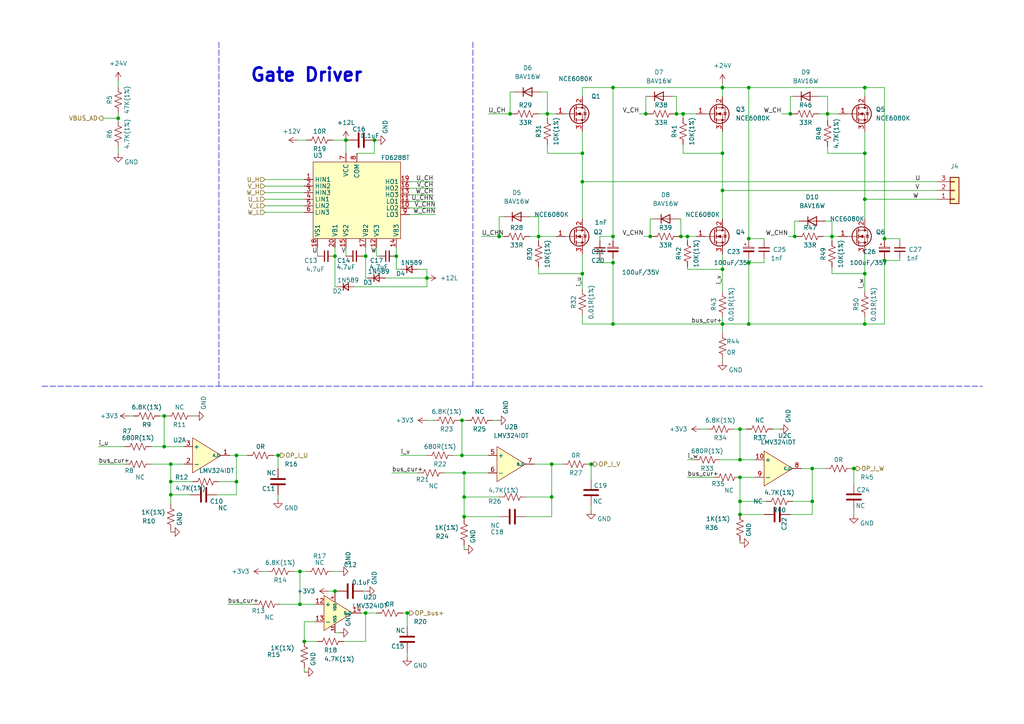
<source format=kicad_sch>
(kicad_sch (version 20231120) (generator "eeschema") (generator_version "8.0")
  (paper "A4")
  (lib_symbols
    (symbol "Connector_Generic:Conn_01x03" (pin_names (offset 1.016) hide)
      (property "Reference" "J" (at 0 5.08 0))
      (property "Value" "Conn_01x03" (at 0 -5.08 0))
      (symbol "Conn_01x03_1_1"
        (pin passive line (at -5.08 2.54 0) (length 3.81) (name "Pin_1") (number "1"))
        (pin passive line (at -5.08 0 0) (length 3.81) (name "Pin_2") (number "2"))
        (pin passive line (at -5.08 -2.54 0) (length 3.81) (name "Pin_3") (number "3"))
      )
    )
    (symbol "Device:C" (pin_numbers hide) (pin_names (offset 0.254))
      (property "Reference" "C" (at 0.635 2.54 0))
      (property "Value" "C" (at 0.635 -2.54 0))
      (symbol "C_1_1"
        (pin passive line (at 0 3.81 270) (length 2.794) (name "~") (number "1"))
        (pin passive line (at 0 -3.81 90) (length 2.794) (name "~") (number "2"))
      )
    )
    (symbol "Device:C_Polarized_Small" (pin_numbers hide) (pin_names (offset 0.254) hide)
      (property "Reference" "C" (at 0.254 1.778 0))
      (property "Value" "C_Polarized_Small" (at 0.254 -2.032 0))
      (symbol "C_Polarized_Small_1_1"
        (pin passive line (at 0 2.54 270) (length 1.8542) (name "~") (number "1"))
        (pin passive line (at 0 -2.54 90) (length 1.8542) (name "~") (number "2"))
      )
    )
    (symbol "Device:C_Small" (pin_numbers hide) (pin_names (offset 0.254) hide)
      (property "Reference" "C" (at 0.254 1.778 0))
      (property "Value" "C_Small" (at 0.254 -2.032 0))
      (symbol "C_Small_1_1"
        (pin passive line (at 0 2.54 270) (length 2.032) (name "~") (number "1"))
        (pin passive line (at 0 -2.54 90) (length 2.032) (name "~") (number "2"))
      )
    )
    (symbol "Device:D_Small" (pin_numbers hide) (pin_names (offset 0.254) hide)
      (property "Reference" "D" (at -1.27 2.032 0))
      (property "Value" "D_Small" (at -3.81 -2.032 0))
      (symbol "D_Small_1_1"
        (pin passive line (at -2.54 0 0) (length 1.778) (name "K") (number "1"))
        (pin passive line (at 2.54 0 180) (length 1.778) (name "A") (number "2"))
      )
    )
    (symbol "Device:Q_NMOS_GDS" (pin_names (offset 0) hide)
      (property "Reference" "Q" (at 5.08 1.27 0))
      (property "Value" "Q_NMOS_GDS" (at 5.08 -1.27 0))
      (symbol "Q_NMOS_GDS_1_1"
        (pin input line (at -5.08 0 0) (length 2.54) (name "G") (number "1"))
        (pin passive line (at 2.54 5.08 270) (length 2.54) (name "D") (number "2"))
        (pin passive line (at 2.54 -5.08 90) (length 2.54) (name "S") (number "3"))
      )
    )
    (symbol "Device:R_US" (pin_numbers hide) (pin_names (offset 0))
      (property "Reference" "R" (at 2.54 0 90))
      (property "Value" "R_US" (at -2.54 0 90))
      (symbol "R_US_1_1"
        (pin passive line (at 0 3.81 270) (length 1.27) (name "~") (number "1"))
        (pin passive line (at 0 -3.81 90) (length 1.27) (name "~") (number "2"))
      )
    )
    (symbol "Diode:BAV16W" (pin_numbers hide) (pin_names (offset 1.016) hide)
      (property "Reference" "D" (at 0 2.54 0))
      (property "Value" "BAV16W" (at 0 -2.54 0))
      (symbol "BAV16W_1_1"
        (pin passive line (at -3.81 0 0) (length 2.54) (name "K") (number "1"))
        (pin passive line (at 3.81 0 180) (length 2.54) (name "A") (number "2"))
      )
    )
    (symbol "power:+12L" (power) (pin_names (offset 0))
      (property "Value" "+12L" (at 0 3.556 0))
      (symbol "+12L_1_1"
        (pin power_in line (at 0 0 90) (length 0) hide (name "+12L") (number "1"))
      )
    )
    (symbol "power:+12V" (power) (pin_names (offset 0))
      (property "Value" "+12V" (at 0 3.556 0))
      (symbol "+12V_1_1"
        (pin power_in line (at 0 0 90) (length 0) hide (name "+12V") (number "1"))
      )
    )
    (symbol "power:+24V" (power) (pin_names (offset 0))
      (property "Value" "+24V" (at 0 3.556 0))
      (symbol "+24V_1_1"
        (pin power_in line (at 0 0 90) (length 0) hide (name "+24V") (number "1"))
      )
    )
    (symbol "power:+3.3V" (power) (pin_names (offset 0))
      (property "Value" "+3.3V" (at 0 3.556 0))
      (symbol "+3.3V_1_1"
        (pin power_in line (at 0 0 90) (length 0) hide (name "+3V3") (number "1"))
      )
    )
    (symbol "power:GND" (power) (pin_names (offset 0))
      (property "Value" "GND" (at 0 -3.81 0))
      (symbol "GND_1_1"
        (pin power_in line (at 0 0 270) (length 0) hide (name "GND") (number "1"))
      )
    )
    (symbol "zager_Amplifier:GS8724" (pin_names (offset 0.254))
      (property "Reference" "U" (at -2.54 1.27 0))
      (property "Value" "GS8724" (at -4.445 3.175 0))
      (symbol "GS8724_1_1"
        (pin output line (at 10.795 -5.08 180) (length 2.54) (name "A_O") (number "1"))
        (pin input line (at -2.54 -2.54 0) (length 2.54) (name "-") (number "2"))
        (pin input line (at -2.54 -7.62 0) (length 2.54) (name "+") (number "3"))
      )
      (symbol "GS8724_2_1"
        (pin input line (at -2.54 -7.62 0) (length 2.54) (name "+") (number "5"))
        (pin input line (at -2.54 -2.54 0) (length 2.54) (name "-") (number "6"))
        (pin output line (at 10.795 -5.08 180) (length 2.54) (name "B_O") (number "7"))
      )
      (symbol "GS8724_3_1"
        (pin input line (at -2.54 -7.62 0) (length 2.54) (name "+") (number "10"))
        (pin output line (at 10.795 -5.08 180) (length 2.54) (name "C_O") (number "8"))
        (pin input line (at -2.54 -2.54 0) (length 2.54) (name "-") (number "9"))
      )
      (symbol "GS8724_4_1"
        (pin input line (at 3.175 -10.795 90) (length 2.54) (name "VSS") (number "11"))
        (pin input line (at -2.54 -2.54 0) (length 2.54) (name "+") (number "12"))
        (pin input line (at -2.54 -7.62 0) (length 2.54) (name "-") (number "13"))
        (pin output line (at 10.795 -5.08 180) (length 2.54) (name "D_O") (number "14"))
        (pin input line (at 3.175 0.635 270) (length 2.54) (name "VDD") (number "4"))
      )
    )
    (symbol "zager_Driver:FD6288T"
      (property "Reference" "U" (at 1.524 1.778 0))
      (property "Value" "FD6288T" (at 11.176 -10.922 0))
      (symbol "FD6288T_1_1"
        (pin input line (at -2.54 -5.08 0) (length 2.54) (name "HIN1") (number "1"))
        (pin input line (at 27.94 -13.335 180) (length 2.54) (name "LO2") (number "10"))
        (pin input line (at 27.94 -11.43 180) (length 2.54) (name "LO1") (number "11"))
        (pin input line (at 18.415 -24.765 90) (length 2.54) (name "VS3") (number "12"))
        (pin input line (at 27.94 -9.525 180) (length 2.54) (name "HO3") (number "13"))
        (pin input line (at 24.13 -24.765 90) (length 2.54) (name "VB3") (number "14"))
        (pin input line (at 9.525 -24.765 90) (length 2.54) (name "VS2") (number "15"))
        (pin input line (at 27.94 -7.62 180) (length 2.54) (name "HO2") (number "16"))
        (pin input line (at 15.24 -24.765 90) (length 2.54) (name "VB2") (number "17"))
        (pin input line (at 1.27 -24.765 90) (length 2.54) (name "VS1") (number "18"))
        (pin input line (at 27.94 -5.715 180) (length 2.54) (name "HO1") (number "19"))
        (pin input line (at -2.54 -6.985 0) (length 2.54) (name "HIN2") (number "2"))
        (pin input line (at 6.35 -24.765 90) (length 2.54) (name "VB1") (number "20"))
        (pin input line (at -2.54 -8.89 0) (length 2.54) (name "HIN3") (number "3"))
        (pin input line (at -2.54 -10.795 0) (length 2.54) (name "LIN1") (number "4"))
        (pin input line (at -2.54 -12.7 0) (length 2.54) (name "LIN2") (number "5"))
        (pin input line (at -2.54 -14.605 0) (length 2.54) (name "LIN3") (number "6"))
        (pin input line (at 9.525 2.54 270) (length 2.54) (name "VCC") (number "7"))
        (pin input line (at 12.7 2.54 270) (length 2.54) (name "COM") (number "8"))
        (pin input line (at 27.94 -15.24 180) (length 2.54) (name "LO3") (number "9"))
      )
    )
  )
  (junction (at 250.825 25.4))
  (junction (at 47.625 120.65))
  (junction (at 250.825 79.375))
  (junction (at 250.825 93.98))
  (junction (at 108.585 40.64))
  (junction (at 133.985 132.08))
  (junction (at 198.12 33.02))
  (junction (at 217.17 25.4))
  (junction (at 86.995 175.26))
  (junction (at 49.53 143.51))
  (junction (at 217.17 69.215))
  (junction (at 100.33 40.64))
  (junction (at 235.585 145.415))
  (junction (at 106.045 74.295))
  (junction (at 214.63 145.415))
  (junction (at 168.91 79.375))
  (junction (at 197.485 68.58))
  (junction (at 177.8 25.4))
  (junction (at 49.53 139.7))
  (junction (at 214.63 124.46))
  (junction (at 177.8 93.98))
  (junction (at 171.45 134.62))
  (junction (at 209.55 44.45))
  (junction (at 68.58 139.7))
  (junction (at 214.63 149.225))
  (junction (at 156.21 68.58))
  (junction (at 160.02 134.62))
  (junction (at 187.325 33.02))
  (junction (at 47.625 129.54))
  (junction (at 217.17 93.98))
  (junction (at 177.8 68.58))
  (junction (at 49.53 134.62))
  (junction (at 214.63 133.35))
  (junction (at 68.58 132.08))
  (junction (at 114.935 74.295))
  (junction (at 133.985 121.92))
  (junction (at 177.8 76.2))
  (junction (at 209.55 78.105))
  (junction (at 247.65 135.89))
  (junction (at 134.62 137.16))
  (junction (at 230.505 68.58))
  (junction (at 209.55 25.4))
  (junction (at 209.55 93.98))
  (junction (at 199.39 68.58))
  (junction (at 241.3 68.58))
  (junction (at 147.955 33.02))
  (junction (at 160.02 144.145))
  (junction (at 168.91 52.705))
  (junction (at 256.54 75.565))
  (junction (at 97.155 171.45))
  (junction (at 240.03 33.02))
  (junction (at 158.75 33.02))
  (junction (at 118.11 177.8))
  (junction (at 123.825 80.645))
  (junction (at 256.54 69.215))
  (junction (at 188.595 68.58))
  (junction (at 34.29 34.29))
  (junction (at 97.155 74.295))
  (junction (at 88.265 186.055))
  (junction (at 217.17 76.2))
  (junction (at 235.585 135.89))
  (junction (at 144.78 68.58))
  (junction (at 134.62 144.145))
  (junction (at 229.235 33.02))
  (junction (at 106.045 177.8))
  (junction (at 209.55 55.245))
  (junction (at 86.995 165.735))
  (junction (at 168.91 44.45))
  (junction (at 250.825 44.45))
  (junction (at 80.645 132.08))
  (junction (at 250.825 57.785))
  (junction (at 214.63 138.43))
  (junction (at 134.62 149.86))
  (junction (at 196.215 33.02))
  (wire (pts (xy 116.205 132.08) (xy 123.825 132.08)))
  (wire (pts (xy 214.63 145.415) (xy 222.25 145.415)))
  (wire (pts (xy 209.55 96.52) (xy 209.55 93.98)))
  (wire (pts (xy 198.12 33.02) (xy 198.12 34.29)))
  (wire (pts (xy 212.725 124.46) (xy 214.63 124.46)))
  (wire (pts (xy 43.815 129.54) (xy 47.625 129.54)))
  (wire (pts (xy 55.88 120.65) (xy 56.515 120.65)))
  (wire (pts (xy 173.99 76.2) (xy 177.8 76.2)))
  (wire (pts (xy 118.11 189.23) (xy 118.11 190.5)))
  (wire (pts (xy 198.12 41.91) (xy 198.12 44.45)))
  (wire (pts (xy 28.575 129.54) (xy 36.195 129.54)))
  (wire (pts (xy 199.39 68.58) (xy 201.93 68.58)))
  (wire (pts (xy 153.67 68.58) (xy 156.21 68.58)))
  (wire (pts (xy 171.45 134.62) (xy 171.45 139.065)))
  (wire (pts (xy 199.39 133.35) (xy 201.295 133.35)))
  (wire (pts (xy 209.55 78.105) (xy 209.55 84.455)))
  (wire (pts (xy 217.17 25.4) (xy 250.825 25.4)))
  (wire (pts (xy 118.745 58.42) (xy 125.73 58.42)))
  (wire (pts (xy 197.485 68.58) (xy 199.39 68.58)))
  (wire (pts (xy 240.03 33.02) (xy 240.03 34.925)))
  (wire (pts (xy 118.745 54.61) (xy 125.73 54.61)))
  (wire (pts (xy 197.485 63.5) (xy 197.485 68.58)))
  (wire (pts (xy 46.355 120.65) (xy 47.625 120.65)))
  (wire (pts (xy 113.665 137.16) (xy 121.285 137.16)))
  (wire (pts (xy 34.29 23.495) (xy 34.29 25.146)))
  (wire (pts (xy 134.62 149.86) (xy 134.62 150.495)))
  (wire (pts (xy 187.325 27.94) (xy 187.325 33.02)))
  (wire (pts (xy 168.91 25.4) (xy 168.91 27.94)))
  (wire (pts (xy 229.235 33.02) (xy 229.87 33.02)))
  (wire (pts (xy 173.99 69.85) (xy 173.99 68.58)))
  (wire (pts (xy 92.075 71.755) (xy 92.075 74.295)))
  (wire (pts (xy 224.155 124.46) (xy 226.06 124.46)))
  (wire (pts (xy 247.65 147.955) (xy 247.65 149.225)))
  (wire (pts (xy 199.39 68.58) (xy 199.39 69.723)))
  (wire (pts (xy 81.28 175.26) (xy 86.995 175.26)))
  (wire (pts (xy 97.155 171.45) (xy 97.155 172.085)))
  (wire (pts (xy 260.985 69.215) (xy 256.54 69.215)))
  (wire (pts (xy 86.995 165.735) (xy 88.9 165.735)))
  (wire (pts (xy 196.85 68.58) (xy 197.485 68.58)))
  (wire (pts (xy 208.915 133.35) (xy 214.63 133.35)))
  (wire (pts (xy 100.33 71.755) (xy 100.33 74.295)))
  (wire (pts (xy 217.17 93.98) (xy 250.825 93.98)))
  (wire (pts (xy 108.585 40.64) (xy 109.22 40.64)))
  (wire (pts (xy 86.36 40.64) (xy 88.9 40.64)))
  (wire (pts (xy 241.3 77.47) (xy 241.3 79.375)))
  (wire (pts (xy 260.985 74.93) (xy 260.985 75.565)))
  (wire (pts (xy 116.205 78.105) (xy 114.935 78.105)))
  (wire (pts (xy 118.11 177.8) (xy 118.11 181.61)))
  (wire (pts (xy 250.825 79.375) (xy 250.825 84.455)))
  (wire (pts (xy 28.575 134.62) (xy 36.195 134.62)))
  (wire (pts (xy 97.155 171.45) (xy 97.79 171.45)))
  (wire (pts (xy 109.855 74.295) (xy 109.22 74.295)))
  (wire (pts (xy 173.99 68.58) (xy 177.8 68.58)))
  (wire (pts (xy 196.85 63.5) (xy 197.485 63.5)))
  (wire (pts (xy 76.835 55.88) (xy 88.265 55.88)))
  (wire (pts (xy 43.815 134.62) (xy 49.53 134.62)))
  (wire (pts (xy 97.79 83.185) (xy 97.155 83.185)))
  (wire (pts (xy 237.49 33.02) (xy 240.03 33.02)))
  (wire (pts (xy 196.215 33.02) (xy 198.12 33.02)))
  (wire (pts (xy 62.865 143.51) (xy 68.58 143.51)))
  (wire (pts (xy 188.595 68.58) (xy 189.23 68.58)))
  (wire (pts (xy 226.695 33.02) (xy 229.235 33.02)))
  (wire (pts (xy 168.91 44.45) (xy 168.91 52.705)))
  (wire (pts (xy 209.55 73.66) (xy 209.55 78.105)))
  (wire (pts (xy 134.62 144.145) (xy 144.78 144.145)))
  (wire (pts (xy 187.325 33.02) (xy 187.96 33.02)))
  (wire (pts (xy 118.745 62.23) (xy 126.365 62.23)))
  (wire (pts (xy 221.615 74.93) (xy 221.615 76.2)))
  (wire (pts (xy 214.63 156.845) (xy 214.63 157.48)))
  (wire (pts (xy 209.55 38.1) (xy 209.55 44.45)))
  (wire (pts (xy 100.33 40.64) (xy 100.33 44.45)))
  (wire (pts (xy 37.465 120.65) (xy 38.735 120.65)))
  (wire (pts (xy 29.845 34.29) (xy 34.29 34.29)))
  (wire (pts (xy 203.2 124.46) (xy 205.105 124.46)))
  (wire (pts (xy 99.695 186.055) (xy 106.045 186.055)))
  (wire (pts (xy 144.78 68.58) (xy 146.05 68.58)))
  (wire (pts (xy 68.58 132.08) (xy 71.755 132.08)))
  (wire (pts (xy 256.54 75.565) (xy 256.54 93.98)))
  (wire (pts (xy 232.41 135.89) (xy 235.585 135.89)))
  (wire (pts (xy 86.995 175.26) (xy 91.44 175.26)))
  (wire (pts (xy 55.245 143.51) (xy 49.53 143.51)))
  (wire (pts (xy 250.825 92.075) (xy 250.825 93.98)))
  (wire (pts (xy 168.91 38.1) (xy 168.91 44.45)))
  (wire (pts (xy 217.17 69.215) (xy 221.615 69.215)))
  (wire (pts (xy 209.55 24.13) (xy 209.55 25.4)))
  (wire (pts (xy 34.29 32.766) (xy 34.29 34.29)))
  (wire (pts (xy 250.825 73.66) (xy 250.825 79.375)))
  (wire (pts (xy 241.3 64.135) (xy 241.3 68.58)))
  (wire (pts (xy 152.4 144.145) (xy 160.02 144.145)))
  (wire (pts (xy 134.62 137.16) (xy 134.62 144.145)))
  (wire (pts (xy 105.41 171.45) (xy 106.045 171.45)))
  (wire (pts (xy 133.35 121.92) (xy 133.985 121.92)))
  (wire (pts (xy 250.825 25.4) (xy 250.825 27.94)))
  (wire (pts (xy 85.09 165.735) (xy 86.995 165.735)))
  (wire (pts (xy 194.945 27.94) (xy 196.215 27.94)))
  (wire (pts (xy 97.155 183.515) (xy 98.425 183.515)))
  (wire (pts (xy 133.985 121.92) (xy 133.985 132.08)))
  (wire (pts (xy 118.745 52.705) (xy 125.73 52.705)))
  (wire (pts (xy 250.825 44.45) (xy 250.825 57.785)))
  (wire (pts (xy 160.02 149.86) (xy 160.02 144.145)))
  (wire (pts (xy 214.63 145.415) (xy 214.63 149.225)))
  (wire (pts (xy 260.985 69.85) (xy 260.985 69.215)))
  (wire (pts (xy 76.835 53.975) (xy 88.265 53.975)))
  (wire (pts (xy 228.6 68.58) (xy 230.505 68.58)))
  (wire (pts (xy 171.45 146.685) (xy 171.45 147.955)))
  (wire (pts (xy 152.4 149.86) (xy 160.02 149.86)))
  (wire (pts (xy 260.985 75.565) (xy 256.54 75.565)))
  (wire (pts (xy 146.05 62.865) (xy 144.78 62.865)))
  (wire (pts (xy 209.55 93.98) (xy 217.17 93.98)))
  (wire (pts (xy 49.53 134.62) (xy 53.34 134.62)))
  (wire (pts (xy 237.49 27.94) (xy 240.03 27.94)))
  (wire (pts (xy 230.505 64.135) (xy 230.505 68.58)))
  (wire (pts (xy 214.63 149.225) (xy 221.615 149.225)))
  (wire (pts (xy 131.445 132.08) (xy 133.985 132.08)))
  (wire (pts (xy 168.91 52.705) (xy 271.78 52.705)))
  (polyline (pts (xy 137.16 12.192) (xy 137.16 112.014)) (stroke (width 0) (type dash)))
  (wire (pts (xy 217.17 74.93) (xy 217.17 76.2)))
  (wire (pts (xy 188.595 63.5) (xy 188.595 68.58)))
  (wire (pts (xy 240.03 27.94) (xy 240.03 33.02)))
  (wire (pts (xy 250.825 93.98) (xy 256.54 93.98)))
  (wire (pts (xy 123.825 80.645) (xy 123.825 83.185)))
  (wire (pts (xy 88.265 193.675) (xy 88.265 194.945)))
  (wire (pts (xy 123.825 78.105) (xy 121.285 78.105)))
  (wire (pts (xy 88.265 180.34) (xy 88.265 186.055)))
  (wire (pts (xy 118.11 177.8) (xy 118.745 177.8)))
  (wire (pts (xy 133.985 132.08) (xy 141.605 132.08)))
  (wire (pts (xy 247.65 135.89) (xy 248.285 135.89)))
  (wire (pts (xy 47.625 120.65) (xy 48.26 120.65)))
  (wire (pts (xy 105.41 74.295) (xy 106.045 74.295)))
  (wire (pts (xy 76.835 57.785) (xy 88.265 57.785)))
  (polyline (pts (xy 63.5 12.192) (xy 63.5 112.014)) (stroke (width 0) (type dash)))
  (wire (pts (xy 241.3 68.58) (xy 243.205 68.58)))
  (wire (pts (xy 80.645 132.08) (xy 80.645 135.89)))
  (wire (pts (xy 34.29 42.672) (xy 34.29 44.45)))
  (wire (pts (xy 168.91 25.4) (xy 177.8 25.4)))
  (wire (pts (xy 68.58 143.51) (xy 68.58 139.7)))
  (wire (pts (xy 66.04 175.26) (xy 73.66 175.26)))
  (wire (pts (xy 111.76 80.645) (xy 123.825 80.645)))
  (wire (pts (xy 158.75 44.45) (xy 168.91 44.45)))
  (wire (pts (xy 49.53 139.7) (xy 49.53 143.51)))
  (wire (pts (xy 250.825 25.4) (xy 256.54 25.4)))
  (wire (pts (xy 173.99 74.93) (xy 173.99 76.2)))
  (wire (pts (xy 199.39 77.343) (xy 199.39 78.105)))
  (wire (pts (xy 109.22 74.295) (xy 109.22 71.755)))
  (wire (pts (xy 240.03 33.02) (xy 243.205 33.02)))
  (polyline (pts (xy 623.57 70.612) (xy 623.57 71.628)) (stroke (width 0) (type dash)))
  (wire (pts (xy 199.39 138.43) (xy 207.01 138.43)))
  (wire (pts (xy 189.23 63.5) (xy 188.595 63.5)))
  (wire (pts (xy 229.235 149.225) (xy 235.585 149.225)))
  (wire (pts (xy 104.775 177.8) (xy 106.045 177.8)))
  (wire (pts (xy 86.995 165.735) (xy 86.995 175.26)))
  (wire (pts (xy 147.955 33.02) (xy 148.59 33.02)))
  (wire (pts (xy 134.62 149.86) (xy 144.78 149.86)))
  (wire (pts (xy 76.2 165.735) (xy 77.47 165.735)))
  (wire (pts (xy 97.155 74.295) (xy 97.155 83.185)))
  (wire (pts (xy 198.12 33.02) (xy 201.93 33.02)))
  (wire (pts (xy 247.65 135.89) (xy 247.65 140.335)))
  (wire (pts (xy 240.03 42.545) (xy 240.03 44.45)))
  (wire (pts (xy 177.8 25.4) (xy 209.55 25.4)))
  (wire (pts (xy 217.17 76.2) (xy 217.17 93.98)))
  (wire (pts (xy 214.63 124.46) (xy 214.63 133.35)))
  (wire (pts (xy 91.44 180.34) (xy 88.265 180.34)))
  (wire (pts (xy 247.015 135.89) (xy 247.65 135.89)))
  (wire (pts (xy 158.75 33.02) (xy 161.29 33.02)))
  (wire (pts (xy 171.45 134.62) (xy 172.085 134.62)))
  (wire (pts (xy 47.625 129.54) (xy 53.34 129.54)))
  (wire (pts (xy 177.8 76.2) (xy 177.8 93.98)))
  (wire (pts (xy 106.045 186.055) (xy 106.045 177.8)))
  (wire (pts (xy 241.3 79.375) (xy 250.825 79.375)))
  (wire (pts (xy 256.54 25.4) (xy 256.54 69.215)))
  (wire (pts (xy 108.585 40.64) (xy 108.585 44.45)))
  (wire (pts (xy 88.265 186.055) (xy 92.075 186.055)))
  (wire (pts (xy 106.045 71.755) (xy 106.045 74.295)))
  (wire (pts (xy 177.8 93.98) (xy 209.55 93.98)))
  (wire (pts (xy 231.775 64.135) (xy 230.505 64.135)))
  (wire (pts (xy 196.215 27.94) (xy 196.215 33.02)))
  (wire (pts (xy 241.3 68.58) (xy 241.3 69.85)))
  (wire (pts (xy 68.58 139.7) (xy 68.58 132.08)))
  (wire (pts (xy 156.845 26.67) (xy 158.75 26.67)))
  (wire (pts (xy 134.62 144.145) (xy 134.62 149.86)))
  (wire (pts (xy 96.52 165.735) (xy 98.425 165.735)))
  (wire (pts (xy 168.91 52.705) (xy 168.91 63.5)))
  (wire (pts (xy 79.375 132.08) (xy 80.645 132.08)))
  (wire (pts (xy 158.75 33.02) (xy 158.75 34.29)))
  (wire (pts (xy 49.53 139.7) (xy 49.53 134.62)))
  (wire (pts (xy 177.8 25.4) (xy 177.8 68.58)))
  (wire (pts (xy 49.53 153.67) (xy 49.53 154.305)))
  (wire (pts (xy 34.29 34.29) (xy 34.29 35.052)))
  (wire (pts (xy 235.585 149.225) (xy 235.585 145.415)))
  (wire (pts (xy 66.675 132.08) (xy 68.58 132.08)))
  (wire (pts (xy 102.87 83.185) (xy 123.825 83.185)))
  (wire (pts (xy 168.91 91.44) (xy 168.91 93.98)))
  (wire (pts (xy 250.825 57.785) (xy 271.78 57.785)))
  (wire (pts (xy 214.63 138.43) (xy 214.63 145.415)))
  (wire (pts (xy 156.21 79.375) (xy 168.91 79.375)))
  (wire (pts (xy 149.225 26.67) (xy 147.955 26.67)))
  (wire (pts (xy 209.55 25.4) (xy 217.17 25.4)))
  (wire (pts (xy 209.55 25.4) (xy 209.55 27.94)))
  (wire (pts (xy 250.825 57.785) (xy 250.825 63.5)))
  (wire (pts (xy 139.7 68.58) (xy 144.78 68.58)))
  (wire (pts (xy 256.54 74.93) (xy 256.54 75.565)))
  (wire (pts (xy 217.17 25.4) (xy 217.17 69.215)))
  (wire (pts (xy 118.745 60.325) (xy 126.365 60.325)))
  (wire (pts (xy 214.63 133.35) (xy 219.075 133.35)))
  (wire (pts (xy 230.505 68.58) (xy 231.14 68.58)))
  (wire (pts (xy 238.76 68.58) (xy 241.3 68.58)))
  (wire (pts (xy 76.835 52.07) (xy 88.265 52.07)))
  (wire (pts (xy 177.8 74.93) (xy 177.8 76.2)))
  (wire (pts (xy 185.42 33.02) (xy 187.325 33.02)))
  (wire (pts (xy 142.875 121.92) (xy 144.145 121.92)))
  (wire (pts (xy 106.68 80.645) (xy 106.045 80.645)))
  (wire (pts (xy 144.78 62.865) (xy 144.78 68.58)))
  (wire (pts (xy 49.53 146.05) (xy 49.53 143.51)))
  (wire (pts (xy 195.58 33.02) (xy 196.215 33.02)))
  (wire (pts (xy 186.69 68.58) (xy 188.595 68.58)))
  (wire (pts (xy 118.745 56.515) (xy 125.73 56.515)))
  (wire (pts (xy 214.63 124.46) (xy 216.535 124.46)))
  (wire (pts (xy 97.155 71.755) (xy 97.155 74.295)))
  (wire (pts (xy 177.8 68.58) (xy 177.8 69.85)))
  (wire (pts (xy 168.91 93.98) (xy 177.8 93.98)))
  (wire (pts (xy 198.12 44.45) (xy 209.55 44.45)))
  (wire (pts (xy 76.835 59.69) (xy 88.265 59.69)))
  (wire (pts (xy 209.55 55.245) (xy 209.55 63.5)))
  (wire (pts (xy 217.17 69.215) (xy 217.17 69.85)))
  (wire (pts (xy 229.87 145.415) (xy 235.585 145.415)))
  (wire (pts (xy 133.985 121.92) (xy 135.255 121.92)))
  (wire (pts (xy 156.21 68.58) (xy 161.29 68.58)))
  (wire (pts (xy 156.21 62.865) (xy 156.21 68.58)))
  (wire (pts (xy 168.91 73.66) (xy 168.91 79.375)))
  (wire (pts (xy 209.55 104.14) (xy 209.55 104.775)))
  (wire (pts (xy 103.505 44.45) (xy 108.585 44.45)))
  (wire (pts (xy 229.235 27.94) (xy 229.235 33.02)))
  (wire (pts (xy 134.62 137.16) (xy 141.605 137.16)))
  (wire (pts (xy 80.645 143.51) (xy 80.645 144.78)))
  (wire (pts (xy 141.605 33.02) (xy 147.955 33.02)))
  (wire (pts (xy 128.905 137.16) (xy 134.62 137.16)))
  (wire (pts (xy 100.33 40.64) (xy 100.965 40.64)))
  (wire (pts (xy 256.54 69.215) (xy 256.54 69.85)))
  (wire (pts (xy 160.02 134.62) (xy 163.195 134.62)))
  (wire (pts (xy 170.815 134.62) (xy 171.45 134.62)))
  (wire (pts (xy 156.21 68.58) (xy 156.21 69.85)))
  (wire (pts (xy 209.55 55.245) (xy 271.78 55.245)))
  (wire (pts (xy 114.935 78.105) (xy 114.935 74.295)))
  (wire (pts (xy 153.67 62.865) (xy 156.21 62.865)))
  (wire (pts (xy 76.835 61.595) (xy 88.265 61.595)))
  (wire (pts (xy 116.84 177.8) (xy 118.11 177.8)))
  (wire (pts (xy 235.585 135.89) (xy 239.395 135.89)))
  (polyline (pts (xy 69.596 112.014) (xy 69.342 112.014)) (stroke (width 0) (type dash)))
  (wire (pts (xy 106.045 177.8) (xy 109.22 177.8)))
  (wire (pts (xy 123.825 121.92) (xy 125.73 121.92)))
  (wire (pts (xy 209.55 44.45) (xy 209.55 55.245)))
  (wire (pts (xy 160.02 134.62) (xy 160.02 144.145)))
  (wire (pts (xy 80.645 132.08) (xy 81.28 132.08)))
  (polyline (pts (xy 12.192 112.014) (xy 284.988 112.014)) (stroke (width 0) (type dash)))
  (wire (pts (xy 235.585 135.89) (xy 235.585 145.415)))
  (wire (pts (xy 160.02 134.62) (xy 154.94 134.62)))
  (wire (pts (xy 96.52 40.64) (xy 100.33 40.64)))
  (wire (pts (xy 156.21 33.02) (xy 158.75 33.02)))
  (wire (pts (xy 47.625 120.65) (xy 47.625 129.54)))
  (wire (pts (xy 147.955 26.67) (xy 147.955 33.02)))
  (wire (pts (xy 49.53 139.7) (xy 55.88 139.7)))
  (wire (pts (xy 229.87 27.94) (xy 229.235 27.94)))
  (wire (pts (xy 158.75 26.67) (xy 158.75 33.02)))
  (wire (pts (xy 106.045 80.645) (xy 106.045 74.295)))
  (wire (pts (xy 239.395 64.135) (xy 241.3 64.135)))
  (wire (pts (xy 168.91 83.82) (xy 168.91 79.375)))
  (wire (pts (xy 95.25 171.45) (xy 97.155 171.45)))
  (wire (pts (xy 221.615 69.215) (xy 221.615 69.85)))
  (wire (pts (xy 158.75 41.91) (xy 158.75 44.45)))
  (wire (pts (xy 134.62 158.115) (xy 134.62 159.385)))
  (wire (pts (xy 114.935 71.755) (xy 114.935 74.295)))
  (wire (pts (xy 156.21 77.47) (xy 156.21 79.375)))
  (wire (pts (xy 199.39 78.105) (xy 209.55 78.105)))
  (wire (pts (xy 214.63 138.43) (xy 219.075 138.43)))
  (wire (pts (xy 221.615 76.2) (xy 217.17 76.2)))
  (wire (pts (xy 209.55 92.075) (xy 209.55 93.98)))
  (wire (pts (xy 240.03 44.45) (xy 250.825 44.45)))
  (wire (pts (xy 63.5 139.7) (xy 68.58 139.7)))
  (wire (pts (xy 250.825 38.1) (xy 250.825 44.45)))
  (wire (pts (xy 123.825 78.105) (xy 123.825 80.645)))
  (text "Gate Driver\n" (at 72.39 24.13 0) (effects (font (size 3.81 3.81) (thickness 0.762) (bold yes)) (justify left bottom)))
  (label "i_w" (at 199.39 133.35 0))
  (label "U_CHN" (at 125.73 58.42 180))
  (label "V_CHN" (at 126.365 60.325 180))
  (label "W" (at 109.22 73.66 180))
  (label "bus_cur+" (at 199.39 138.43 0))
  (label "W_CHN" (at 126.365 62.23 180))
  (label "bus_cur+" (at 209.55 93.98 180))
  (label "W_CHN" (at 228.6 68.58 180))
  (label "i_u" (at 28.575 129.54 0))
  (label "V_CH" (at 185.42 33.02 180))
  (label "V_CH" (at 125.73 54.61 180))
  (label "V_CHN" (at 186.69 68.58 180))
  (label "U" (at 265.43 52.705 0))
  (label "bus_cur+" (at 66.04 175.26 0))
  (label "V" (at 100.33 73.66 180))
  (label "bus_cur+" (at 113.665 137.16 0))
  (label "W_CH" (at 226.695 33.02 180))
  (label "i_w" (at 250.825 83.82 90))
  (label "i_v" (at 209.55 82.55 90))
  (label "U_CH" (at 141.605 33.02 0))
  (label "U" (at 92.075 73.66 180))
  (label "V" (at 265.43 55.245 0))
  (label "U_CHN" (at 139.7 68.58 0))
  (label "W_CH" (at 125.73 56.515 180))
  (label "i_v" (at 116.205 132.08 0))
  (label "i_u" (at 168.91 83.185 90))
  (label "bus_cur+" (at 28.575 134.62 0))
  (label "W" (at 264.795 57.785 0))
  (label "U_CH" (at 125.73 52.705 180))
  (hierarchical_label "U_L" (shape input) (at 76.835 57.785 180))
  (hierarchical_label "W_L" (shape input) (at 76.835 61.595 180))
  (hierarchical_label "OP_I_U" (shape output) (at 81.28 132.08 0))
  (hierarchical_label "VBUS_AD" (shape output) (at 29.845 34.29 180))
  (hierarchical_label "V_L" (shape input) (at 76.835 59.69 180))
  (hierarchical_label "OP_I_W" (shape output) (at 248.285 135.89 0))
  (hierarchical_label "OP_bus+" (shape output) (at 118.745 177.8 0))
  (hierarchical_label "V_H" (shape input) (at 76.835 53.975 180))
  (hierarchical_label "OP_I_V" (shape output) (at 172.085 134.62 0))
  (hierarchical_label "W_H" (shape input) (at 76.835 55.88 180))
  (hierarchical_label "U_H" (shape input) (at 76.835 52.07 180))
  (symbol (lib_id "Diode:BAV16W") (at 153.035 26.67 0) (unit 1)
    (property "Reference" "D6" (at 153.035 19.685 0))
    (property "Value" "BAV16W" (at 153.035 22.225 0))
    (property "Footprint" "Diode_SMD:D_SOD-123" (effects (hide yes)))
    (property "Datasheet" "https://www.diodes.com/assets/Datasheets/ds30086.pdf" (effects (hide yes)))
  )
  (symbol (lib_id "Device:R_US") (at 198.12 38.1 0) (unit 1)
    (property "Reference" "R41" (at 195.58 38.1 90))
    (property "Value" "10K(1%)" (at 200.66 38.1 90))
    (property "Footprint" "Resistor_SMD:R_0603_1608Metric" (effects (hide yes)))
  )
  (symbol (lib_id "Device:R_US") (at 210.82 138.43 90) (unit 1)
    (property "Reference" "R35" (at 208.28 140.335 90))
    (property "Value" "NC" (at 211.455 142.24 90))
    (property "Footprint" "Resistor_SMD:R_0603_1608Metric" (effects (hide yes)))
  )
  (symbol (lib_id "power:+3.3V") (at 203.2 124.46 90) (unit 1)
    (property "Reference" "#PWR045" (effects (hide yes)))
    (property "Value" "+3V3" (at 199.39 124.4599 90) (effects (justify left)))
  )
  (symbol (lib_id "Device:R_US") (at 42.545 120.65 90) (unit 1)
    (property "Reference" "R9" (at 42.545 123.19 90))
    (property "Value" "6.8K(1%)" (at 42.545 118.11 90))
    (property "Footprint" "Resistor_SMD:R_0603_1608Metric" (effects (hide yes)))
  )
  (symbol (lib_id "Device:R_US") (at 156.21 73.66 0) (unit 1)
    (property "Reference" "R30" (at 153.67 73.66 90))
    (property "Value" "10K(1%)" (at 158.75 73.66 90))
    (property "Footprint" "Resistor_SMD:R_0603_1608Metric" (effects (hide yes)))
  )
  (symbol (lib_id "Device:R_US") (at 205.105 133.35 90) (unit 1)
    (property "Reference" "R33" (at 205.105 135.89 90))
    (property "Value" "680R(1%)" (at 205.105 130.81 90))
    (property "Footprint" "Resistor_SMD:R_0603_1608Metric" (effects (hide yes)))
  )
  (symbol (lib_id "Device:R_US") (at 92.71 165.735 90) (unit 1)
    (property "Reference" "R17" (at 92.71 161.29 90))
    (property "Value" "NC" (at 92.71 163.195 90))
    (property "Footprint" "Resistor_SMD:R_0603_1608Metric" (effects (hide yes)))
  )
  (symbol (lib_id "Device:C") (at 225.425 149.225 270) (unit 1)
    (property "Reference" "C22" (at 227.457 149.987 0) (effects (justify left)))
    (property "Value" "NC" (at 218.44 145.415 90) (effects (justify left)))
    (property "Footprint" "Capacitor_SMD:C_0603_1608Metric" (effects (hide yes)))
  )
  (symbol (lib_id "Device:C_Small") (at 221.615 72.39 0) (mirror y) (unit 1)
    (property "Reference" "C25" (at 224.155 72.39 0) (effects (justify right)))
    (property "Value" "1nF" (at 223.52 74.93 0) (effects (justify right)))
    (property "Footprint" "Capacitor_SMD:C_0603_1608Metric" (effects (hide yes)))
  )
  (symbol (lib_id "Device:C") (at 104.775 40.64 270) (unit 1)
    (property "Reference" "C16" (at 104.14 37.465 90))
    (property "Value" "0.1uF" (at 107.315 39.37 90))
    (property "Footprint" "Capacitor_SMD:C_0603_1608Metric" (effects (hide yes)))
  )
  (symbol (lib_id "power:GND") (at 134.62 159.385 90) (unit 1)
    (property "Reference" "#PWR041" (effects (hide yes)))
    (property "Value" "GND" (at 137.16 155.575 0))
  )
  (symbol (lib_id "Device:R_US") (at 113.03 177.8 90) (unit 1)
    (property "Reference" "R20" (at 121.92 180.34 90))
    (property "Value" "0R" (at 113.03 175.26 90))
    (property "Footprint" "Resistor_SMD:R_0603_1608Metric" (effects (hide yes)))
  )
  (symbol (lib_id "power:GND") (at 88.265 194.945 90) (unit 1)
    (property "Reference" "#PWR030" (effects (hide yes)))
    (property "Value" "GND" (at 90.805 191.135 0))
  )
  (symbol (lib_id "Device:R_US") (at 191.77 33.02 270) (unit 1)
    (property "Reference" "R38" (at 191.77 30.48 90))
    (property "Value" "33R" (at 191.77 35.56 90))
    (property "Footprint" "Resistor_SMD:R_0603_1608Metric" (effects (hide yes)))
  )
  (symbol (lib_id "Diode:BAV16W") (at 149.86 62.865 0) (unit 1)
    (property "Reference" "D5" (at 149.86 55.88 0))
    (property "Value" "BAV16W" (at 149.86 58.42 0))
    (property "Footprint" "Diode_SMD:D_SOD-123" (effects (hide yes)))
    (property "Datasheet" "https://www.diodes.com/assets/Datasheets/ds30086.pdf" (effects (hide yes)))
  )
  (symbol (lib_id "Device:R_US") (at 34.29 38.862 0) (unit 1)
    (property "Reference" "R6" (at 31.75 38.862 90))
    (property "Value" "4.7K(1%)" (at 36.83 38.862 90))
    (property "Footprint" "Resistor_SMD:R_0603_1608Metric" (effects (hide yes)))
  )
  (symbol (lib_id "Connector_Generic:Conn_01x03") (at 276.86 55.245 0) (mirror x) (unit 1)
    (property "Reference" "J4" (at 276.86 48.26 0))
    (property "Value" "Conn_01x03" (effects (hide yes)))
    (property "Footprint" "TerminalBlock:TerminalBlock_bornier-3_P5.08mm" (effects (hide yes)))
  )
  (symbol (lib_id "Device:R_US") (at 52.07 120.65 90) (unit 1)
    (property "Reference" "R11" (at 52.07 123.19 90))
    (property "Value" "NC" (at 52.07 118.11 90))
    (property "Footprint" "Resistor_SMD:R_0603_1608Metric" (effects (hide yes)))
  )
  (symbol (lib_id "Device:R_US") (at 95.885 186.055 90) (unit 1)
    (property "Reference" "R18" (at 95.885 188.595 90))
    (property "Value" "4.7K(1%)" (at 98.425 191.135 90))
    (property "Footprint" "Resistor_SMD:R_0603_1608Metric" (effects (hide yes)))
  )
  (symbol (lib_id "Device:C_Polarized_Small") (at 177.8 72.39 0) (unit 1)
    (property "Reference" "C21" (at 171.45 73.025 0) (effects (justify left)))
    (property "Value" "100uF/35V" (at 180.34 78.994 0) (effects (justify left)))
    (property "Footprint" "Capacitor_THT:CP_Radial_D6.3mm_P2.50mm" (effects (hide yes)))
  )
  (symbol (lib_id "Device:R_US") (at 40.005 134.62 90) (unit 1)
    (property "Reference" "R8" (at 37.465 136.525 90))
    (property "Value" "NC" (at 40.64 138.43 90))
    (property "Footprint" "Resistor_SMD:R_0603_1608Metric" (effects (hide yes)))
  )
  (symbol (lib_id "power:+3.3V") (at 76.2 165.735 90) (unit 1)
    (property "Reference" "#PWR029" (effects (hide yes)))
    (property "Value" "+3V3" (at 72.39 165.7349 90) (effects (justify left)))
  )
  (symbol (lib_id "Device:R_US") (at 240.03 38.735 0) (unit 1)
    (property "Reference" "R48" (at 237.49 38.735 90))
    (property "Value" "4.7K(1%)" (at 242.57 38.735 90))
    (property "Footprint" "Resistor_SMD:R_0603_1608Metric" (effects (hide yes)))
  )
  (symbol (lib_id "Device:C") (at 171.45 142.875 0) (unit 1)
    (property "Reference" "C19" (at 172.212 140.843 0) (effects (justify left)))
    (property "Value" "NC" (at 171.958 145.415 0) (effects (justify left)))
    (property "Footprint" "Capacitor_SMD:C_0603_1608Metric" (effects (hide yes)))
  )
  (symbol (lib_id "Device:R_US") (at 158.75 38.1 0) (unit 1)
    (property "Reference" "R31" (at 156.21 38.1 90))
    (property "Value" "10K(1%)" (at 161.29 38.1 90))
    (property "Footprint" "Resistor_SMD:R_0603_1608Metric" (effects (hide yes)))
  )
  (symbol (lib_id "Diode:BAV16W") (at 193.04 63.5 0) (unit 1)
    (property "Reference" "D8" (at 193.04 56.515 0))
    (property "Value" "BAV16W" (at 193.04 59.055 0))
    (property "Footprint" "Diode_SMD:D_SOD-123" (effects (hide yes)))
    (property "Datasheet" "https://www.diodes.com/assets/Datasheets/ds30086.pdf" (effects (hide yes)))
  )
  (symbol (lib_id "Device:R_US") (at 139.065 121.92 90) (unit 1)
    (property "Reference" "R25" (at 139.065 124.46 90))
    (property "Value" "NC" (at 139.065 119.38 90))
    (property "Footprint" "Resistor_SMD:R_0603_1608Metric" (effects (hide yes)))
  )
  (symbol (lib_id "Device:R_US") (at 75.565 132.08 90) (unit 1)
    (property "Reference" "R16" (at 84.455 134.62 90))
    (property "Value" "0R" (at 75.565 129.54 90))
    (property "Footprint" "Resistor_SMD:R_0603_1608Metric" (effects (hide yes)))
  )
  (symbol (lib_id "power:GND") (at 49.53 154.305 90) (unit 1)
    (property "Reference" "#PWR027" (effects (hide yes)))
    (property "Value" "GND" (at 52.07 150.495 0))
  )
  (symbol (lib_id "power:+12L") (at 100.33 40.64 0) (unit 1)
    (property "Reference" "#PWR037" (effects (hide yes)))
    (property "Value" "+12L" (at 100.33 35.56 0))
  )
  (symbol (lib_id "power:GND") (at 214.63 157.48 90) (unit 1)
    (property "Reference" "#PWR046" (effects (hide yes)))
    (property "Value" "GND" (at 217.17 153.67 0))
  )
  (symbol (lib_id "Device:C") (at 148.59 149.86 270) (unit 1)
    (property "Reference" "C18" (at 142.24 154.305 90) (effects (justify left)))
    (property "Value" "NC" (at 142.24 152.4 90) (effects (justify left)))
    (property "Footprint" "Capacitor_SMD:C_0603_1608Metric" (effects (hide yes)))
  )
  (symbol (lib_id "Device:R_US") (at 214.63 153.035 180) (unit 1)
    (property "Reference" "R36" (at 206.375 153.035 0))
    (property "Value" "1K(1%)" (at 208.28 150.495 0))
    (property "Footprint" "Resistor_SMD:R_0603_1608Metric" (effects (hide yes)))
  )
  (symbol (lib_id "power:+12L") (at 123.825 80.645 270) (unit 1)
    (property "Reference" "#PWR042" (effects (hide yes)))
    (property "Value" "+12L" (at 127.635 80.6449 90) (effects (justify left)))
  )
  (symbol (lib_id "power:+12V") (at 86.36 40.64 90) (unit 1)
    (property "Reference" "#PWR035" (effects (hide yes)))
    (property "Value" "+12V" (at 81.915 38.1 90) (effects (justify right)))
  )
  (symbol (lib_id "Diode:BAV16W") (at 235.585 64.135 0) (unit 1)
    (property "Reference" "D10" (at 235.585 57.15 0))
    (property "Value" "BAV16W" (at 235.585 59.69 0))
    (property "Footprint" "Diode_SMD:D_SOD-123" (effects (hide yes)))
    (property "Datasheet" "https://www.diodes.com/assets/Datasheets/ds30086.pdf" (effects (hide yes)))
  )
  (symbol (lib_id "power:+3.3V") (at 37.465 120.65 90) (unit 1)
    (property "Reference" "#PWR026" (effects (hide yes)))
    (property "Value" "+3V3" (at 34.29 120.6499 90) (effects (justify left)))
  )
  (symbol (lib_id "zager_Driver:FD6288T") (at 90.805 46.99 0) (unit 1)
    (property "Reference" "U3" (at 90.805 45.085 0) (effects (justify left)))
    (property "Value" "FD6288T" (at 110.49 45.72 0) (effects (justify left)))
    (property "Footprint" "Package_SO:TSSOP-20_4.4x6.5mm_P0.65mm" (effects (hide yes)))
  )
  (symbol (lib_id "Device:R_US") (at 199.39 73.533 0) (unit 1)
    (property "Reference" "R42" (at 196.85 73.533 90))
    (property "Value" "10K(1%)" (at 201.93 73.533 90))
    (property "Footprint" "Resistor_SMD:R_0603_1608Metric" (effects (hide yes)))
  )
  (symbol (lib_id "Device:R_US") (at 127.635 132.08 90) (unit 1)
    (property "Reference" "R22" (at 127.635 134.62 90))
    (property "Value" "680R(1%)" (at 127.635 129.54 90))
    (property "Footprint" "Resistor_SMD:R_0603_1608Metric" (effects (hide yes)))
  )
  (symbol (lib_id "Device:R_US") (at 226.06 145.415 90) (unit 1)
    (property "Reference" "R40" (at 226.06 147.955 90))
    (property "Value" "4.7K(1%)" (at 226.06 142.875 90))
    (property "Footprint" "Resistor_SMD:R_0603_1608Metric" (effects (hide yes)))
  )
  (symbol (lib_id "Device:Q_NMOS_GDS") (at 166.37 68.58 0) (unit 1)
    (property "Reference" "Q2" (at 172.085 67.3099 0) (effects (justify left)))
    (property "Value" "NCE6080K" (at 154.94 62.23 0) (effects (justify left)))
    (property "Footprint" "Package_TO_SOT_SMD:TO-252-2" (effects (hide yes)))
  )
  (symbol (lib_id "Device:R_US") (at 220.345 124.46 90) (unit 1)
    (property "Reference" "R37" (at 220.345 127 90))
    (property "Value" "NC" (at 220.345 121.92 90))
    (property "Footprint" "Resistor_SMD:R_0603_1608Metric" (effects (hide yes)))
  )
  (symbol (lib_id "zager_Amplifier:GS8724") (at 93.98 172.72 0) (unit 4)
    (property "Reference" "U2" (at 107.315 173.1899 0))
    (property "Value" "LMV324IDT" (at 107.315 175.7299 0))
    (property "Footprint" "Package_SO:SO-14_3.9x8.65mm_P1.27mm" (effects (hide yes)))
  )
  (symbol (lib_id "zager_Amplifier:GS8724") (at 221.615 140.97 0) (mirror x) (unit 3)
    (property "Reference" "U2" (at 227.6475 126.365 0))
    (property "Value" "LMV324IDT" (at 225.7425 128.27 0))
    (property "Footprint" "Package_SO:SO-14_3.9x8.65mm_P1.27mm" (effects (hide yes)))
  )
  (symbol (lib_id "Device:R_US") (at 152.4 33.02 270) (unit 1)
    (property "Reference" "R29" (at 152.4 30.48 90))
    (property "Value" "33R" (at 152.4 35.56 90))
    (property "Footprint" "Resistor_SMD:R_0603_1608Metric" (effects (hide yes)))
  )
  (symbol (lib_id "power:GND") (at 144.145 121.92 90) (unit 1)
    (property "Reference" "#PWR043" (effects (hide yes)))
    (property "Value" "GND" (at 146.685 118.11 0))
  )
  (symbol (lib_id "power:+3.3V") (at 123.825 121.92 90) (unit 1)
    (property "Reference" "#PWR039" (effects (hide yes)))
    (property "Value" "+3V3" (at 120.015 121.9199 90) (effects (justify left)))
  )
  (symbol (lib_id "Device:R_US") (at 241.3 73.66 0) (unit 1)
    (property "Reference" "R49" (at 238.76 73.66 90))
    (property "Value" "10K(1%)" (at 243.84 73.66 90))
    (property "Footprint" "Resistor_SMD:R_0603_1608Metric" (effects (hide yes)))
  )
  (symbol (lib_id "power:GND") (at 106.045 171.45 90) (unit 1)
    (property "Reference" "#PWR036" (effects (hide yes)))
    (property "Value" "GND" (at 108.585 167.64 0))
  )
  (symbol (lib_id "Device:R_US") (at 59.69 139.7 90) (unit 1)
    (property "Reference" "R12" (at 52.705 138.43 90))
    (property "Value" "4.7K(1%)" (at 55.245 141.605 90))
    (property "Footprint" "Resistor_SMD:R_0603_1608Metric" (effects (hide yes)))
  )
  (symbol (lib_id "Device:C_Small") (at 173.99 72.39 0) (mirror y) (unit 1)
    (property "Reference" "C20" (at 171.45 75.565 0) (effects (justify right)))
    (property "Value" "1nF" (at 172.466 64.516 0) (effects (justify right)))
    (property "Footprint" "Capacitor_SMD:C_0603_1608Metric" (effects (hide yes)))
  )
  (symbol (lib_id "Device:C_Small") (at 102.87 74.295 90) (unit 1)
    (property "Reference" "C14" (at 99.695 75.565 90))
    (property "Value" "4.7uF" (at 100.33 77.47 90))
    (property "Footprint" "Capacitor_SMD:C_0805_2012Metric" (effects (hide yes)))
  )
  (symbol (lib_id "Device:D_Small") (at 118.745 78.105 0) (unit 1)
    (property "Reference" "D4" (at 116.205 79.375 0))
    (property "Value" "1N589" (at 119.38 76.2 0))
    (property "Footprint" "Diode_SMD:D_SOD-123" (effects (hide yes)))
  )
  (symbol (lib_id "Device:C") (at 80.645 139.7 180) (unit 1)
    (property "Reference" "C11" (at 79.883 141.732 0) (effects (justify left)))
    (property "Value" "NC" (at 80.137 137.16 0) (effects (justify left)))
    (property "Footprint" "Capacitor_SMD:C_0603_1608Metric" (effects (hide yes)))
  )
  (symbol (lib_id "Device:R_US") (at 92.71 40.64 90) (unit 1)
    (property "Reference" "R19" (at 92.71 43.18 90))
    (property "Value" "10R" (at 92.71 38.1 90))
    (property "Footprint" "Resistor_SMD:R_0603_1608Metric" (effects (hide yes)))
  )
  (symbol (lib_id "Device:R_US") (at 134.62 154.305 180) (unit 1)
    (property "Reference" "R24" (at 128.27 155.575 0))
    (property "Value" "1K(1%)" (at 129.54 153.035 0))
    (property "Footprint" "Resistor_SMD:R_0603_1608Metric" (effects (hide yes)))
  )
  (symbol (lib_id "Diode:BAV16W") (at 233.68 27.94 0) (unit 1)
    (property "Reference" "D9" (at 233.68 20.955 0))
    (property "Value" "BAV16W" (at 233.68 23.495 0))
    (property "Footprint" "Diode_SMD:D_SOD-123" (effects (hide yes)))
    (property "Datasheet" "https://www.diodes.com/assets/Datasheets/ds30086.pdf" (effects (hide yes)))
  )
  (symbol (lib_id "Device:R_US") (at 167.005 134.62 90) (unit 1)
    (property "Reference" "R27" (at 167.005 137.16 90))
    (property "Value" "0R" (at 167.005 132.08 90))
    (property "Footprint" "Resistor_SMD:R_0603_1608Metric" (effects (hide yes)))
  )
  (symbol (lib_id "Device:R_US") (at 209.55 88.265 0) (unit 1)
    (property "Reference" "R43" (at 207.01 88.265 90))
    (property "Value" "0.01R(1%)" (at 212.09 88.265 90))
    (property "Footprint" "Resistor_SMD:R_2512_6332Metric" (effects (hide yes)))
  )
  (symbol (lib_id "Device:C_Polarized_Small") (at 217.17 72.39 0) (unit 1)
    (property "Reference" "C23" (at 210.82 73.025 0) (effects (justify left)))
    (property "Value" "100uF/35V" (at 207.01 76.2 0) (effects (justify left)))
    (property "Footprint" "Capacitor_THT:CP_Radial_D6.3mm_P2.50mm" (effects (hide yes)))
  )
  (symbol (lib_id "Diode:BAV16W") (at 191.135 27.94 0) (unit 1)
    (property "Reference" "D7" (at 191.135 20.955 0))
    (property "Value" "BAV16W" (at 191.135 23.495 0))
    (property "Footprint" "Diode_SMD:D_SOD-123" (effects (hide yes)))
    (property "Datasheet" "https://www.diodes.com/assets/Datasheets/ds30086.pdf" (effects (hide yes)))
  )
  (symbol (lib_id "Device:R_US") (at 208.915 124.46 90) (unit 1)
    (property "Reference" "R34" (at 208.915 127 90))
    (property "Value" "6.8K(1%)" (at 208.915 121.92 90))
    (property "Footprint" "Resistor_SMD:R_0603_1608Metric" (effects (hide yes)))
  )
  (symbol (lib_id "power:GND") (at 209.55 104.775 0) (unit 1)
    (property "Reference" "#PWR049" (effects (hide yes)))
    (property "Value" "GND" (at 213.36 107.315 0))
  )
  (symbol (lib_id "Device:C_Small") (at 112.395 74.295 90) (unit 1)
    (property "Reference" "C17" (at 109.22 75.565 90))
    (property "Value" "4.7uF" (at 109.855 77.47 90))
    (property "Footprint" "Capacitor_SMD:C_0805_2012Metric" (effects (hide yes)))
  )
  (symbol (lib_id "Device:C") (at 101.6 171.45 270) (unit 1)
    (property "Reference" "C12" (at 101.6 163.83 90))
    (property "Value" "0.1uF" (at 104.775 168.91 90))
    (property "Footprint" "Capacitor_SMD:C_0603_1608Metric" (effects (hide yes)))
  )
  (symbol (lib_id "zager_Amplifier:GS8724") (at 55.88 137.16 0) (mirror x) (unit 1)
    (property "Reference" "U2" (at 52.07 127.635 0))
    (property "Value" "LMV324IDT" (at 62.865 136.525 0))
    (property "Footprint" "Package_SO:SO-14_3.9x8.65mm_P1.27mm" (effects (hide yes)))
  )
  (symbol (lib_id "Device:R_US") (at 40.005 129.54 90) (unit 1)
    (property "Reference" "R7" (at 36.83 125.095 90))
    (property "Value" "680R(1%)" (at 40.005 127 90))
    (property "Footprint" "Resistor_SMD:R_0603_1608Metric" (effects (hide yes)))
  )
  (symbol (lib_id "power:+24V") (at 209.55 24.13 0) (unit 1)
    (property "Reference" "#PWR048" (effects (hide yes)))
    (property "Value" "+24V" (at 209.55 19.05 0))
  )
  (symbol (lib_id "Device:R_US") (at 77.47 175.26 90) (unit 1)
    (property "Reference" "R13" (at 74.93 177.165 90))
    (property "Value" "NC" (at 78.105 179.07 90))
    (property "Footprint" "Resistor_SMD:R_0603_1608Metric" (effects (hide yes)))
  )
  (symbol (lib_id "Device:R_US") (at 148.59 144.145 90) (unit 1)
    (property "Reference" "R26" (at 143.51 145.415 90))
    (property "Value" "4.7K(1%)" (at 146.05 142.24 90))
    (property "Footprint" "Resistor_SMD:R_0603_1608Metric" (effects (hide yes)))
  )
  (symbol (lib_id "Device:C_Small") (at 94.615 74.295 90) (unit 1)
    (property "Reference" "C13" (at 90.17 75.565 90))
    (property "Value" "4.7uF" (at 91.44 78.105 90))
    (property "Footprint" "Capacitor_SMD:C_0805_2012Metric" (effects (hide yes)))
  )
  (symbol (lib_id "power:+24V") (at 34.29 23.495 0) (unit 1)
    (property "Reference" "#PWR024" (effects (hide yes)))
    (property "Value" "+24V" (at 34.29 18.415 0))
  )
  (symbol (lib_id "power:GND") (at 247.65 149.225 0) (unit 1)
    (property "Reference" "#PWR050" (effects (hide yes)))
    (property "Value" "GND" (at 251.46 151.765 0))
  )
  (symbol (lib_id "Device:R_US") (at 168.91 87.63 0) (unit 1)
    (property "Reference" "R32" (at 166.37 87.63 90))
    (property "Value" "0.01R(1%)" (at 171.45 87.63 90))
    (property "Footprint" "Resistor_SMD:R_2512_6332Metric" (effects (hide yes)))
  )
  (symbol (lib_id "power:GND") (at 109.22 40.64 90) (unit 1)
    (property "Reference" "#PWR040" (effects (hide yes)))
    (property "Value" "GND" (at 111.76 36.83 0))
  )
  (symbol (lib_id "Device:C") (at 59.055 143.51 90) (unit 1)
    (property "Reference" "C10" (at 64.77 145.415 90) (effects (justify left)))
    (property "Value" "NC" (at 66.04 147.32 90) (effects (justify left)))
    (property "Footprint" "Capacitor_SMD:C_0603_1608Metric" (effects (hide yes)))
  )
  (symbol (lib_id "Device:Q_NMOS_GDS") (at 248.285 33.02 0) (unit 1)
    (property "Reference" "Q5" (at 254 31.7499 0) (effects (justify left)))
    (property "Value" "NCE6080K" (at 254 34.2899 0) (effects (justify left)))
    (property "Footprint" "Package_TO_SOT_SMD:TO-252-2" (effects (hide yes)))
  )
  (symbol (lib_id "power:GND") (at 98.425 183.515 90) (unit 1)
    (property "Reference" "#PWR034" (effects (hide yes)))
    (property "Value" "GND" (at 100.965 179.705 0))
  )
  (symbol (lib_id "Device:C_Small") (at 260.985 72.39 0) (mirror y) (unit 1)
    (property "Reference" "C27" (at 263.525 72.39 0) (effects (justify right)))
    (property "Value" "1nF" (at 262.89 74.93 0) (effects (justify right)))
    (property "Footprint" "Capacitor_SMD:C_0603_1608Metric" (effects (hide yes)))
  )
  (symbol (lib_id "Device:R_US") (at 49.53 149.86 180) (unit 1)
    (property "Reference" "R10" (at 43.18 151.13 0))
    (property "Value" "1K(1%)" (at 44.45 148.59 0))
    (property "Footprint" "Resistor_SMD:R_0603_1608Metric" (effects (hide yes)))
  )
  (symbol (lib_id "power:GND") (at 34.29 44.45 0) (unit 1)
    (property "Reference" "#PWR025" (effects (hide yes)))
    (property "Value" "GND" (at 38.1 46.99 0))
  )
  (symbol (lib_id "power:+3.3V") (at 95.25 171.45 90) (unit 1)
    (property "Reference" "#PWR032" (effects (hide yes)))
    (property "Value" "+3V3" (at 91.44 171.4499 90) (effects (justify left)))
  )
  (symbol (lib_id "Device:Q_NMOS_GDS") (at 248.285 68.58 0) (unit 1)
    (property "Reference" "Q6" (at 254 67.3099 0) (effects (justify left)))
    (property "Value" "NCE6080K" (at 240.665 63.5 0) (effects (justify left)))
    (property "Footprint" "Package_TO_SOT_SMD:TO-252-2" (effects (hide yes)))
  )
  (symbol (lib_id "zager_Amplifier:GS8724") (at 144.145 139.7 0) (mirror x) (unit 2)
    (property "Reference" "U2" (at 148.2725 123.825 0))
    (property "Value" "LMV324IDT" (at 148.2725 126.365 0))
    (property "Footprint" "Package_SO:SO-14_3.9x8.65mm_P1.27mm" (effects (hide yes)))
  )
  (symbol (lib_id "power:GND") (at 80.645 144.78 0) (unit 1)
    (property "Reference" "#PWR031" (effects (hide yes)))
    (property "Value" "GND" (at 84.455 147.32 0))
  )
  (symbol (lib_id "Device:C") (at 247.65 144.145 0) (unit 1)
    (property "Reference" "C24" (at 248.412 142.113 0) (effects (justify left)))
    (property "Value" "NC" (at 248.158 146.685 0) (effects (justify left)))
    (property "Footprint" "Capacitor_SMD:C_0603_1608Metric" (effects (hide yes)))
  )
  (symbol (lib_id "Device:R_US") (at 149.86 68.58 270) (unit 1)
    (property "Reference" "R28" (at 149.86 66.04 90))
    (property "Value" "33R" (at 149.86 71.12 90))
    (property "Footprint" "Resistor_SMD:R_0603_1608Metric" (effects (hide yes)))
  )
  (symbol (lib_id "power:GND") (at 98.425 165.735 90) (unit 1)
    (property "Reference" "#PWR033" (effects (hide yes)))
    (property "Value" "GND" (at 100.965 161.925 0))
  )
  (symbol (lib_id "Device:Q_NMOS_GDS") (at 166.37 33.02 0) (unit 1)
    (property "Reference" "Q1" (at 171.45 27.94 0) (effects (justify left)))
    (property "Value" "NCE6080K" (at 161.925 22.86 0) (effects (justify left)))
    (property "Footprint" "Package_TO_SOT_SMD:TO-252-2" (effects (hide yes)))
  )
  (symbol (lib_id "Device:R_US") (at 125.095 137.16 90) (unit 1)
    (property "Reference" "R21" (at 122.555 139.065 90))
    (property "Value" "NC" (at 125.73 140.97 90))
    (property "Footprint" "Resistor_SMD:R_0603_1608Metric" (effects (hide yes)))
  )
  (symbol (lib_id "power:GND") (at 226.06 124.46 90) (unit 1)
    (property "Reference" "#PWR047" (effects (hide yes)))
    (property "Value" "GND" (at 228.6 120.65 0))
  )
  (symbol (lib_id "Device:D_Small") (at 100.33 83.185 0) (unit 1)
    (property "Reference" "D2" (at 97.79 84.455 0))
    (property "Value" "1N589" (at 100.965 81.28 0))
    (property "Footprint" "Diode_SMD:D_SOD-123" (effects (hide yes)))
  )
  (symbol (lib_id "Device:R_US") (at 233.68 33.02 270) (unit 1)
    (property "Reference" "R46" (at 233.68 30.48 90))
    (property "Value" "33R" (at 233.68 35.56 90))
    (property "Footprint" "Resistor_SMD:R_0603_1608Metric" (effects (hide yes)))
  )
  (symbol (lib_id "Device:R_US") (at 81.28 165.735 90) (unit 1)
    (property "Reference" "R14" (at 81.28 168.275 90))
    (property "Value" "6.8K(1%)" (at 81.28 163.195 90))
    (property "Footprint" "Resistor_SMD:R_0603_1608Metric" (effects (hide yes)))
  )
  (symbol (lib_id "Device:D_Small") (at 109.22 80.645 0) (unit 1)
    (property "Reference" "D3" (at 106.68 81.915 0))
    (property "Value" "1N589" (at 109.855 78.74 0))
    (property "Footprint" "Diode_SMD:D_SOD-123" (effects (hide yes)))
  )
  (symbol (lib_id "Device:R_US") (at 209.55 100.33 0) (unit 1)
    (property "Reference" "R44" (at 212.598 99.06 0))
    (property "Value" "0R" (at 212.09 102.235 0))
    (property "Footprint" "Resistor_SMD:R_2512_6332Metric" (effects (hide yes)))
  )
  (symbol (lib_id "Device:Q_NMOS_GDS") (at 207.01 33.02 0) (unit 1)
    (property "Reference" "Q3" (at 213.36 31.7499 0) (effects (justify left)))
    (property "Value" "NCE6080K" (at 213.36 34.2899 0) (effects (justify left)))
    (property "Footprint" "Package_TO_SOT_SMD:TO-252-2" (effects (hide yes)))
  )
  (symbol (lib_id "Device:C") (at 118.11 185.42 180) (unit 1)
    (property "Reference" "C15" (at 117.348 187.452 0) (effects (justify left)))
    (property "Value" "NC" (at 117.602 182.88 0) (effects (justify left)))
    (property "Footprint" "Capacitor_SMD:C_0603_1608Metric" (effects (hide yes)))
  )
  (symbol (lib_id "Device:R_US") (at 88.265 189.865 180) (unit 1)
    (property "Reference" "R15" (at 79.375 189.865 0))
    (property "Value" "1K(1%)" (at 81.915 187.96 0))
    (property "Footprint" "Resistor_SMD:R_0603_1608Metric" (effects (hide yes)))
  )
  (symbol (lib_id "power:GND") (at 171.45 147.955 0) (unit 1)
    (property "Reference" "#PWR044" (effects (hide yes)))
    (property "Value" "GND" (at 175.26 150.495 0))
  )
  (symbol (lib_id "power:GND") (at 56.515 120.65 90) (unit 1)
    (property "Reference" "#PWR028" (effects (hide yes)))
    (property "Value" "GND" (at 59.055 116.84 0))
  )
  (symbol (lib_id "Device:R_US") (at 250.825 88.265 0) (unit 1)
    (property "Reference" "R50" (at 248.285 88.265 90))
    (property "Value" "0.01R(1%)" (at 253.365 88.265 90))
    (property "Footprint" "Resistor_SMD:R_2512_6332Metric" (effects (hide yes)))
  )
  (symbol (lib_id "Device:R_US") (at 193.04 68.58 270) (unit 1)
    (property "Reference" "R39" (at 193.04 66.04 90))
    (property "Value" "33R" (at 193.04 71.12 90))
    (property "Footprint" "Resistor_SMD:R_0603_1608Metric" (effects (hide yes)))
  )
  (symbol (lib_id "Device:Q_NMOS_GDS") (at 207.01 68.58 0) (unit 1)
    (property "Reference" "Q4" (at 213.36 67.3099 0) (effects (justify left)))
    (property "Value" "NCE6080K" (at 198.755 62.23 0) (effects (justify left)))
    (property "Footprint" "Package_TO_SOT_SMD:TO-252-2" (effects (hide yes)))
  )
  (symbol (lib_id "Device:R_US") (at 129.54 121.92 90) (unit 1)
    (property "Reference" "R23" (at 129.54 124.46 90))
    (property "Value" "6.8K(1%)" (at 129.54 119.38 90))
    (property "Footprint" "Resistor_SMD:R_0603_1608Metric" (effects (hide yes)))
  )
  (symbol (lib_id "power:GND") (at 118.11 190.5 0) (unit 1)
    (property "Reference" "#PWR038" (effects (hide yes)))
    (property "Value" "GND" (at 121.92 193.04 0))
  )
  (symbol (lib_id "Device:R_US") (at 234.95 68.58 270) (unit 1)
    (property "Reference" "R47" (at 234.95 66.04 90))
    (property "Value" "33R" (at 234.95 71.12 90))
    (property "Footprint" "Resistor_SMD:R_0603_1608Metric" (effects (hide yes)))
  )
  (symbol (lib_id "Device:C_Polarized_Small") (at 256.54 72.39 0) (unit 1)
    (property "Reference" "C26" (at 250.19 73.025 0) (effects (justify left)))
    (property "Value" "100uF/35V" (at 246.38 76.2 0) (effects (justify left)))
    (property "Footprint" "Capacitor_THT:CP_Radial_D6.3mm_P2.50mm" (effects (hide yes)))
  )
  (symbol (lib_id "Device:R_US") (at 34.29 28.956 0) (unit 1)
    (property "Reference" "R5" (at 31.75 28.956 90))
    (property "Value" "47K(1%)" (at 36.83 28.956 90))
    (property "Footprint" "Resistor_SMD:R_0603_1608Metric" (effects (hide yes)))
  )
  (symbol (lib_id "Device:R_US") (at 243.205 135.89 90) (unit 1)
    (property "Reference" "R45" (at 251.46 138.43 90))
    (property "Value" "0R" (at 243.205 133.35 90))
    (property "Footprint" "Resistor_SMD:R_0603_1608Metric" (effects (hide yes)))
  )
)
</source>
